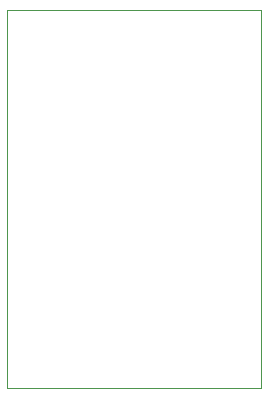
<source format=gbr>
G04 #@! TF.FileFunction,Profile,NP*
%FSLAX46Y46*%
G04 Gerber Fmt 4.6, Leading zero omitted, Abs format (unit mm)*
G04 Created by KiCad (PCBNEW no-vcs-found-undefined) date Wed Nov 16 23:20:15 2016*
%MOMM*%
%LPD*%
G01*
G04 APERTURE LIST*
%ADD10C,0.100000*%
G04 APERTURE END LIST*
D10*
X89000000Y-82000000D02*
X89000000Y-114000000D01*
X110500000Y-82000000D02*
X89000000Y-82000000D01*
X110500000Y-114000000D02*
X110500000Y-82000000D01*
X89000000Y-114000000D02*
X110500000Y-114000000D01*
M02*

</source>
